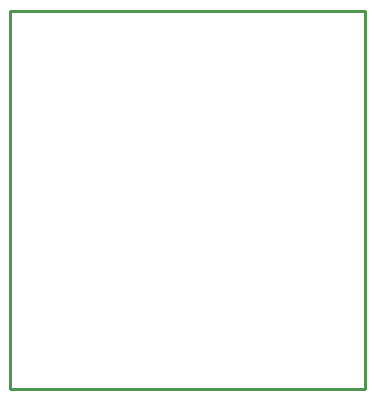
<source format=gbr>
%TF.GenerationSoftware,KiCad,Pcbnew,7.0.9-7.0.9~ubuntu22.04.1*%
%TF.CreationDate,2024-02-22T15:11:35+02:00*%
%TF.ProjectId,USB-SERIAL-L_Rev_B,5553422d-5345-4524-9941-4c2d4c5f5265,B*%
%TF.SameCoordinates,PX5f5e100PY7270e00*%
%TF.FileFunction,Profile,NP*%
%FSLAX46Y46*%
G04 Gerber Fmt 4.6, Leading zero omitted, Abs format (unit mm)*
G04 Created by KiCad (PCBNEW 7.0.9-7.0.9~ubuntu22.04.1) date 2024-02-22 15:11:35*
%MOMM*%
%LPD*%
G01*
G04 APERTURE LIST*
%TA.AperFunction,Profile*%
%ADD10C,0.254000*%
%TD*%
G04 APERTURE END LIST*
D10*
X30000000Y32000000D02*
X0Y32000000D01*
X0Y32000000D02*
X0Y0D01*
X30000000Y32000000D02*
X30000000Y0D01*
X30000000Y0D02*
X0Y0D01*
M02*

</source>
